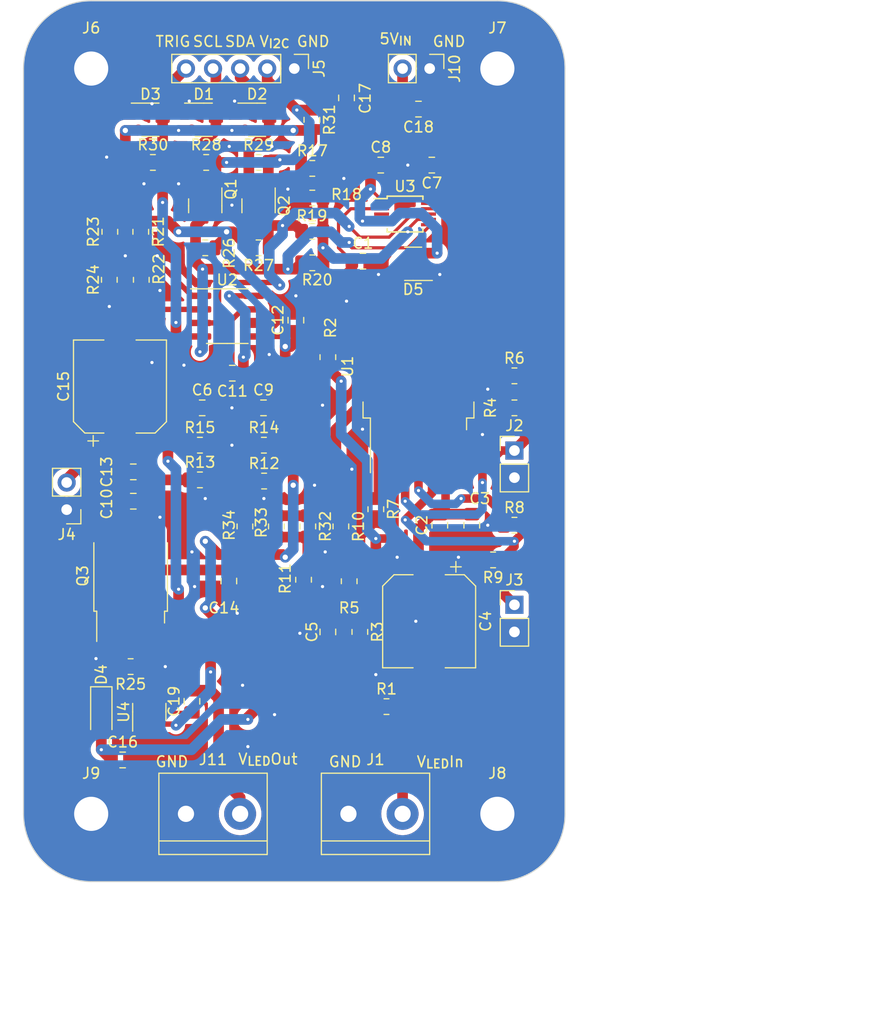
<source format=kicad_pcb>
(kicad_pcb (version 20221018) (generator pcbnew)
  (layers (0 "F.Cu" signal) (31 "B.Cu" signal) (34 "B.Paste" user) (35 "F.Paste" user) (36 "B.SilkS" user "B.Silkscreen") (37 "F.SilkS" user "F.Silkscreen") (38 "B.Mask" user) (39 "F.Mask" user) (44 "Edge.Cuts" user))
  (net 0 "")
  (net 1 "GND")
  (net 2 "Net-(U1-Set)")
  (net 3 "/DACx0501_DAC/V_{OUT}")
  (net 4 "Net-(J1-Pin_2)")
  (net 5 "Net-(U2-IN-)")
  (net 6 "Net-(J2-Pin_1)")
  (net 7 "Net-(U1-Ilim)")
  (net 8 "Net-(U3-V_{REF})")
  (net 9 "+5V")
  (net 10 "Net-(U2-IN+)")
  (net 11 "/I2CConnection/VI2C")
  (net 13 "Net-(D4-K)")
  (net 14 "Net-(J11-Pin_2)")
  (net 15 "Net-(D1-A)")
  (net 16 "Net-(D2-A)")
  (net 17 "/HighSideGateDriver/TRIG")
  (net 18 "Net-(J3-Pin_1)")
  (net 19 "/DACx0501_DAC/SCL")
  (net 20 "/DACx0501_DAC/SDA")
  (net 21 "Net-(Q3-G)")
  (net 22 "/LT3081CurrentSupply/V_{OUT}")
  (net 23 "/LT3081CurrentSupply/V_{LED}")
  (net 24 "Net-(U3-A0{slash}~{CS})")
  (net 25 "Net-(U2-A1)")
  (net 26 "Net-(U2-A0)")
  (net 27 "Net-(U4-TG)")
  (footprint "Resistor_SMD:R_0805_2012Metric_Pad1.20x1.40mm_HandSolder" (layer "F.Cu") (at 154 105)
    (fp_text reference "R6")
    (fp_text value "1kΩ")
  )
  (footprint "Connector_PinHeader_2.54mm:PinHeader_1x05_P2.54mm_Vertical" (layer "F.Cu") (at 133.35 76.2 -90)
    (fp_text reference "J5")
    (fp_text value "I2C")
  )
  (footprint "Package_TO_SOT_SMD:SOT-23-3" (layer "F.Cu") (at 129.8625 81)
    (fp_text reference "D2")
    (fp_text value "100V")
  )
  (footprint "Capacitor_SMD:C_0805_2012Metric_Pad1.18x1.45mm_HandSolder" (layer "F.Cu") (at 145 80 180)
    (fp_text reference "C18")
    (fp_text value "10uF")
  )
  (footprint "Resistor_SMD:R_0805_2012Metric_Pad1.20x1.40mm_HandSolder" (layer "F.Cu") (at 139.5 129 -90)
    (fp_text reference "R3")
    (fp_text value "1kΩ")
  )
  (footprint "Package_TO_SOT_SMD:SOT-23-3" (layer "F.Cu") (at 144.5 94.5 180)
    (fp_text reference "D5")
    (fp_text value "100V")
  )
  (footprint "Resistor_SMD:R_0805_2012Metric_Pad1.20x1.40mm_HandSolder" (layer "F.Cu") (at 116 96 -90)
    (fp_text reference "R24")
    (fp_text value "1kΩ")
  )
  (footprint "TerminalBlock:TerminalBlock_bornier-2_P5.08mm" (layer "F.Cu") (at 123.19 146.05)
    (fp_text reference "J11")
    (fp_text value "LED")
  )
  (footprint "TerminalBlock:TerminalBlock_bornier-2_P5.08mm" (layer "F.Cu") (at 138.43 146.05)
    (fp_text reference "J1")
    (fp_text value "V_{IN}")
  )
  (footprint "Capacitor_SMD:C_0805_2012Metric_Pad1.18x1.45mm_HandSolder" (layer "F.Cu") (at 130.4625 108)
    (fp_text reference "C9")
    (fp_text value "1uF")
  )
  (footprint "Resistor_SMD:R_0805_2012Metric_Pad1.20x1.40mm_HandSolder" (layer "F.Cu") (at 135.04 91.4575)
    (fp_text reference "R19")
    (fp_text value "1kΩ")
  )
  (footprint "Resistor_SMD:R_0805_2012Metric_Pad1.20x1.40mm_HandSolder" (layer "F.Cu") (at 135.04 94.4075)
    (fp_text reference "R20")
    (fp_text value "1kΩ")
  )
  (footprint "Package_TO_SOT_SMD:SOT-23-3" (layer "F.Cu") (at 124.8625 81)
    (fp_text reference "D1")
    (fp_text value "100V")
  )
  (footprint "Resistor_SMD:R_0805_2012Metric_Pad1.20x1.40mm_HandSolder" (layer "F.Cu") (at 135.04 88.3375 180)
    (fp_text reference "R18")
    (fp_text value "1kΩ")
  )
  (footprint "Package_TO_SOT_SMD:SOT-23-6" (layer "F.Cu") (at 119.75 136.5 90)
    (fp_text reference "U4")
    (fp_text value "LTC4440ES6")
  )
  (footprint "Resistor_SMD:R_0805_2012Metric" (layer "F.Cu") (at 130 93 180)
    (fp_text reference "R27")
    (fp_text value "10kΩ")
  )
  (footprint "Capacitor_SMD:C_0805_2012Metric_Pad1.18x1.45mm_HandSolder" (layer "F.Cu") (at 150 119 90)
    (fp_text reference "C3")
    (fp_text value "1uF")
  )
  (footprint "Package_SO:SOIC-8_3.9x4.9mm_P1.27mm" (layer "F.Cu") (at 127.065 99.405)
    (fp_text reference "U2")
    (fp_text value "INA219AxD")
  )
  (footprint "Resistor_SMD:R_0805_2012Metric_Pad1.20x1.40mm_HandSolder" (layer "F.Cu") (at 130.52 114.86)
    (fp_text reference "R12")
    (fp_text value "1kΩ")
  )
  (footprint "Resistor_SMD:R_0805_2012Metric_Pad1.20x1.40mm_HandSolder" (layer "F.Cu") (at 154 108)
    (fp_text reference "R4")
    (fp_text value "1kΩ")
  )
  (footprint "Capacitor_SMD:C_0805_2012Metric_Pad1.18x1.45mm_HandSolder" (layer "F.Cu") (at 118.25 114)
    (fp_text reference "C13")
    (fp_text value "1uF")
  )
  (footprint "Resistor_SMD:R_0805_2012Metric" (layer "F.Cu") (at 125 93)
    (fp_text reference "R26")
    (fp_text value "10kΩ")
  )
  (footprint "Resistor_SMD:R_0805_2012Metric_Pad1.20x1.40mm_HandSolder" (layer "F.Cu") (at 135.04 85.5575)
    (fp_text reference "R17")
    (fp_text value "1kΩ")
  )
  (footprint "Capacitor_SMD:C_0805_2012Metric_Pad1.18x1.45mm_HandSolder" (layer "F.Cu") (at 118.25 116.75)
    (fp_text reference "C10")
    (fp_text value "0.1uF")
  )
  (footprint "Resistor_SMD:R_0805_2012Metric_Pad1.20x1.40mm_HandSolder" (layer "F.Cu") (at 128.72 119.11 -90)
    (fp_text reference "R34")
    (fp_text value "10mΩ")
  )
  (footprint "Resistor_SMD:R_0805_2012Metric_Pad1.20x1.40mm_HandSolder" (layer "F.Cu") (at 134.62 119.11 -90)
    (fp_text reference "R32")
    (fp_text value "10mΩ")
  )
  (footprint "Capacitor_SMD:C_0805_2012Metric_Pad1.18x1.45mm_HandSolder" (layer "F.Cu") (at 136.5 129 -90)
    (fp_text reference "C5")
    (fp_text value "10nF")
  )
  (footprint "Resistor_SMD:R_0805_2012Metric_Pad1.20x1.40mm_HandSolder" (layer "F.Cu") (at 154 119)
    (fp_text reference "R8")
    (fp_text value "1kΩ")
  )
  (footprint "Resistor_SMD:R_0805_2012Metric_Pad1.20x1.40mm_HandSolder" (layer "F.Cu") (at 119 96 -90)
    (fp_text reference "R22")
    (fp_text value "1kΩ")
  )
  (footprint "Capacitor_SMD:C_0805_2012Metric_Pad1.18x1.45mm_HandSolder" (layer "F.Cu") (at 139.7875 94.25)
    (fp_text reference "C1")
    (fp_text value "10nF")
  )
  (footprint "Resistor_SMD:R_0805_2012Metric_Pad1.20x1.40mm_HandSolder" (layer "F.Cu") (at 130.5 111.5)
    (fp_text reference "R14")
    (fp_text value "1kΩ")
  )
  (footprint "Resistor_SMD:R_0805_2012Metric_Pad1.20x1.40mm_HandSolder" (layer "F.Cu") (at 124.5 114.75)
    (fp_text reference "R13")
    (fp_text value "1kΩ")
  )
  (footprint "Package_TO_SOT_SMD:SOT-23" (layer "F.Cu") (at 130 89.0625 -90)
    (fp_text reference "Q2")
    (fp_text value "Q_NMOS_GSD")
  )
  (footprint "MountingHole:MountingHole_3.2mm_M3_DIN965_Pad" (layer "F.Cu") (at 114.3 76.2)
    (fp_text reference "J6")
    (fp_text value "Screw_Terminal_01x01")
  )
  (footprint "Capacitor_SMD:C_0805_2012Metric_Pad1.18x1.45mm_HandSolder" (layer "F.Cu") (at 141.4625 85.25)
    (fp_text reference "C8")
    (fp_text value "1uF")
  )
  (footprint "Package_TO_SOT_SMD:TO-252-3_TabPin4" (layer "F.Cu") (at 118 123.75 90)
    (fp_text reference "Q3")
    (fp_text value "Q_NMOS_GDSD")
  )
  (footprint "Resistor_SMD:R_0805_2012Metric_Pad1.20x1.40mm_HandSolder" (layer "F.Cu") (at 124.5 111.5)
    (fp_text reference "R15")
    (fp_text value "1kΩ")
  )
  (footprint "Capacitor_SMD:C_0805_2012Metric_Pad1.18x1.45mm_HandSolder" (layer "F.Cu") (at 123.75 135.5 90)
    (fp_text reference "C19")
    (fp_text value "1uF")
  )
  (footprint "Capacitor_SMD:C_0805_2012Metric_Pad1.18x1.45mm_HandSolder" (layer "F.Cu") (at 127.21 124.23 90)
    (fp_text reference "C14")
    (fp_text value "10uF")
  )
  (footprint "Capacitor_SMD:CP_Elec_8x10.5" (layer "F.Cu") (at 146 128 -90)
    (fp_text reference "C4")
    (fp_text value "100uF")
  )
  (footprint "Capacitor_SMD:C_0805_2012Metric_Pad1.18x1.45mm_HandSolder" (layer "F.Cu") (at 124.7125 108)
    (fp_text reference "C6")
    (fp_text value "1uF")
  )
  (footprint "Resistor_SMD:R_0805_2012Metric_Pad1.20x1.40mm_HandSolder" (layer "F.Cu") (at 136.5 103.25 -90)
    (fp_text reference "R2")
    (fp_text value "1kΩ")
  )
  (footprint "Resistor_SMD:R_0805_2012Metric_Pad1.20x1.40mm_HandSolder" (layer "F.Cu") (at 138.5 124.25 90)
    (fp_text reference "R5")
    (fp_text value "4kΩ")
  )
  (footprint "Connector_PinHeader_2.54mm:PinHeader_1x02_P2.54mm_Vertical" (layer "F.Cu") (at 154 112)
    (fp_text reference "J2")
    (fp_text value "PosIMon")
  )
  (footprint "Resistor_SMD:R_0805_2012Metric_Pad1.20x1.40mm_HandSolder" (layer "F.Cu") (at 116.05 91.5 -90)
    (fp_text reference "R23")
    (fp_text value "1kΩ")
  )
  (footprint "Package_TO_SOT_SMD:SOT-23" (layer "F.Cu") (at 125 89.0625 -90)
    (fp_text reference "Q1")
    (fp_text value "Q_NMOS_GSD")
  )
  (footprint "Connector_PinHeader_2.54mm:PinHeader_1x02_P2.54mm_Vertical" (layer "F.Cu") (at 154 126.46)
    (fp_text reference "J3")
    (fp_text value "PosTempMon")
  )
  (footprint "Capacitor_SMD:C_0805_2012Metric_Pad1.18x1.45mm_HandSolder" (layer "F.Cu") (at 117.25 141)
    (fp_text reference "C16")
    (fp_text value "1uF")
  )
  (footprint "Resistor_SMD:R_0805_2012Metric_Pad1.20x1.40mm_HandSolder" (layer "F.Cu") (at 131.67 119.11 -90)
    (fp_text reference "R33")
    (fp_text value "10mΩ")
  )
  (footprint "Connector_PinHeader_2.54mm:PinHeader_1x02_P2.54mm_Vertical" (layer "F.Cu") (at 112 117.54 180)
    (fp_text reference "J4")
    (fp_text value "V_{LED}")
  )
  (footprint "Resistor_SMD:R_0805_2012Metric" (layer "F.Cu") (at 125.0875 85)
    (fp_text reference "R28")
    (fp_text value "10kΩ")
  )
  (footprint "MountingHole:MountingHole_3.2mm_M3_DIN965_Pad" (layer "F.Cu") (at 114.3 146.05)
    (fp_text reference "J9")
    (fp_text value "Screw_Terminal_01x01")
  )
  (footprint "Package_TO_SOT_SMD:SOT-23-3" (layer "F.Cu") (at 119.8625 81)
    (fp_text reference "D3")
    (fp_text value "100V")
  )
  (footprint "Connector_PinHeader_2.54mm:PinHeader_1x02_P2.54mm_Vertical" (layer "F.Cu") (at 146.05 76.2 -90)
    (fp_text reference "J10")
    (fp_text value "+5V_{IN}")
  )
  (footprint "Resistor_SMD:R_0805_2012Metric_Pad1.20x1.40mm_HandSolder" (layer "F.Cu") (at 141 117.5 -90)
    (fp_text reference "R7")
    (fp_text value "1kΩ")
  )
  (footprint "Capacitor_SMD:C_0805_2012Metric_Pad1.18x1.45mm_HandSolder" (layer "F.Cu") (at 146.25 85.25 180)
    (fp_text reference "C7")
    (fp_text value "1uF")
  )
  (footprint "Diode_SMD:D_SOD-123" (layer "F.Cu") (at 115.25 136.5 -90)
    (fp_text reference "D4")
    (fp_text value "D")
  )
  (footprint "Resistor_SMD:R_0805_2012Metric" (layer "F.Cu") (at 135 81 -90)
    (fp_text reference "R31")
    (fp_text value "NS")
  )
  (footprint "Resistor_SMD:R_0805_2012Metric" (layer "F.Cu") (at 120.0875 85)
    (fp_text reference "R30")
    (fp_text value "10kΩ")
  )
  (footprint "MountingHole:MountingHole_3.2mm_M3_DIN965_Pad" (layer "F.Cu") (at 152.4 146.05)
    (fp_text reference "J8")
    (fp_text value "Screw_Terminal_01x01")
  )
  (footprint "Capacitor_SMD:CP_Elec_8x10.5" (layer "F.Cu") (at 117 106 90)
    (fp_text reference "C15")
    (fp_text value "100uF")
  )
  (footprint "Package_TO_SOT_SMD:TO-263-7_TabPin8" (layer "F.Cu") (at 145 104.125 90)
    (fp_text reference "U1")
    (fp_text value "LT3081-DPAK-7")
  )
  (footprint "Resistor_SMD:R_0805_2012Metric_Pad1.20x1.40mm_HandSolder" (layer "F.Cu") (at 118 132.25 180)
    (fp_text reference "R25")
    (fp_text value "10Ω")
  )
  (footprint "Resistor_SMD:R_0805_2012Metric_Pad1.20x1.40mm_HandSolder" (layer "F.Cu") (at 142 136)
    (fp_text reference "R1")
    (fp_text value "NSΩ")
  )
  (footprint "Package_SO:MSOP-10_3x3mm_P0.5mm" (layer "F.Cu") (at 143.74 89.8375)
    (fp_text reference "U3")
    (fp_text value "DACx0501")
  )
  (footprint "Resistor_SMD:R_0805_2012Metric_Pad1.20x1.40mm_HandSolder" (layer "F.Cu") (at 118.95 91.5 -90)
    (fp_text reference "R21")
    (fp_text value "1kΩ")
  )
  (footprint "Capacitor_SMD:C_0805_2012Metric" (layer "F.Cu") (at 138.25 78.95 90)
    (fp_text reference "C17")
    (fp_text value "1uF")
  )
  (footprint "Capacitor_SMD:C_0805_2012Metric_Pad1.18x1.45mm_HandSolder" (layer "F.Cu") (at 127.5375 104.75 180)
    (fp_text reference "C11")
    (fp_text value "1uF")
  )
  (footprint "MountingHole:MountingHole_3.2mm_M3_DIN965_Pad" (layer "F.Cu") (at 152.4 76.2)
    (fp_text reference "J7")
    (fp_text value "Screw_Terminal_01x01")
  )
  (footprint "Resistor_SMD:R_0805_2012Metric_Pad1.20x1.40mm_HandSolder" (layer "F.Cu") (at 137.72 119.11 -90)
    (fp_text reference "R10")
    (fp_text value "10mΩ")
  )
  (footprint "Resistor_SMD:R_0805_2012Metric" (layer "F.Cu") (at 130 85)
    (fp_text reference "R29")
    (fp_text value "10kΩ")
  )
  (footprint "Resistor_SMD:R_0805_2012Metric_Pad1.20x1.40mm_HandSolder" (layer "F.Cu") (at 134.22 124.11 -90)
    (fp_text reference "R11")
    (fp_text value "1kΩ")
  )
  (footprint "Capacitor_SMD:C_0805_2012Metric_Pad1.18x1.45mm_HandSolder" (layer "F.Cu") (at 147 119 90)
    (fp_text reference "C2")
    (fp_text value "10uF")
  )
  (footprint "Resistor_SMD:R_0805_2012Metric_Pad1.20x1.40mm_HandSolder" (layer "F.Cu") (at 152 122.25 180)
    (fp_text reference "R9")
    (fp_text value "1kΩ")
  )
  (footprint "Capacitor_SMD:C_0805_2012Metric_Pad1.18x1.45mm_HandSolder" (layer "F.Cu") (at 133.5 99.7875 90)
    (fp_text reference "C12")
    (fp_text value "1uF")
  )
  (gr_line (start 107.95 146.05) (end 107.95 76.2) (stroke (width 0.1)) (layer "Edge.Cuts"))
  (gr_line (start 152.4 152.4) (end 114.3 152.4) (stroke (width 0.1)) (layer "Edge.Cuts"))
  (gr_arc (start 152.4 69.85) (mid 156.890128 71.709872) (end 158.75 76.2) (stroke (width 0.1)) (layer "Edge.Cuts"))
  (gr_arc (start 158.75 146.05) (mid 156.890128 150.540128) (end 152.4 152.4) (stroke (width 0.1)) (layer "Edge.Cuts"))
  (gr_arc (start 107.95 76.2) (mid 109.809872 71.709872) (end 114.3 69.85) (stroke (width 0.1)) (layer "Edge.Cuts"))
  (gr_arc (start 114.3 152.4) (mid 109.809872 150.540128) (end 107.95 146.05) (stroke (width 0.1)) (layer "Edge.Cuts"))
  (gr_line (start 114.3 69.85) (end 152.4 69.85) (stroke (width 0.1)) (layer "Edge.Cuts"))
  (gr_line (start 158.75 76.2) (end 158.75 146.05) (stroke (width 0.1)) (layer "Edge.Cuts"))
  (gr_text "5V_{IN}" (at 141.25 74) (layer "F.SilkS") (effects (font (size 1 1)) (justify left bottom)))
  (gr_text "SCL" (at 123.75 74.25) (layer "F.SilkS") (effects (font (size 1 1)) (justify left bottom)))
  (gr_text "TRIG" (at 120.25 74.25) (layer "F.SilkS") (effects (font (size 1 1)) (justify left bottom)))
  (gr_text "SDA" (at 126.75 74.25) (layer "F.SilkS") (effects (font (size 1 1)) (justify left bottom)))
  (gr_text "V_{I2C}" (at 130 74.25) (layer "F.SilkS") (effects (font (size 1 1)) (justify left bottom)))
  (gr_text "GND" (at 146.25 74.25) (layer "F.SilkS") (effects (font (size 1 1)) (justify left bottom)))
  (gr_text "GND" (at 133.5 74.25) (layer "F.SilkS") (effects (font (size 1 1)) (justify left bottom)))
  (gr_text "GND" (at 136.5 141.75) (layer "F.SilkS") (effects (font (size 1 1)) (justify left bottom)))
  (gr_text "V_{LED}In" (at 144.75 141.75) (layer "F.SilkS") (effects (font (size 1 1)) (justify left bottom)))
  (gr_text "GND" (at 120.25 141.75) (layer "F.SilkS") (effects (font (size 1 1)) (justify left bottom)))
  (gr_text "V_{LED}Out" (at 128 141.5) (layer "F.SilkS") (effects (font (size 1 1)) (justify left bottom)))
  (segment (start 119.75 139.5375) (end 118.2875 141) (width 0.5) (layer "F.Cu") (net 1))
  (segment (start 144 85.25) (end 142.5 85.25) (width 1) (layer "F.Cu") (net 1))
  (segment (start 112.21 117.75) (end 112 117.54) (width 1) (layer "F.Cu") (net 1))
  (segment (start 139.5 121.75) (end 139.5 120) (width 1) (layer "F.Cu") (net 1))
  (segment (start 156.5 105.5) (end 156 105) (width 1) (layer "F.Cu") (net 1))
  (segment (start 156.25 95.5) (end 156.5 95.25) (width 1) (layer "F.Cu") (net 1))
  (segment (start 132.58 126.75) (end 134.22 125.11) (width 1) (layer "F.Cu") (net 1))
  (segment (start 146 131.7) (end 151.3 131.7) (width 1) (layer "F.Cu") (net 1))
  (segment (start 145.2125 83.5375) (end 145.2125 85.25) (width 1) (layer "F.Cu") (net 1))
  (segment (start 115.75 84.5) (end 115.75 77.65) (width 1) (layer "F.Cu") (net 1))
  (segment (start 109.75 104.75) (end 116 98.5) (width 1) (layer "F.Cu") (net 1))
  (segment (start 134.7875 130.0375) (end 132.58 127.83) (width 1) (layer "F.Cu") (net 1))
  (segment (start 157 106) (end 156.5 105.5) (width 1) (layer "F.Cu") (net 1))
  (segment (start 134.73 149.75) (end 138.43 146.05) (width 1) (layer "F.Cu") (net 1))
  (segment (start 111 142.75) (end 111 140) (width 1) (layer "F.Cu") (net 1))
  (segment (start 118.725 80.05) (end 119.45 80.05) (width 1) (layer "F.Cu") (net 1))
  (segment (start 117.75 72.75) (end 134.5 72.75) (width 1) (layer "F.Cu") (net 1))
  (segment (start 133 140.62) (end 138.43 146.05) (width 1) (layer "F.Cu") (net 1))
  (segment (start 143.5 89.71375) (end 143.5 86.25) (width 0.3) (layer "F.Cu") (net 1))
  (segment (start 109.75 117.25) (end 109.75 104.75) (width 1) (layer "F.Cu") (net 1))
  (segment (start 119.175 86.925) (end 119.25 87) (width 1) (layer "F.Cu") (net 1))
  (segment (start 129.425 108) (end 129.425 111.425) (width 1) (layer "F.Cu") (net 1))
  (segment (start 139.5 130) (end 136.5375 130) (width 1) (layer "F.Cu") (net 1))
  (segment (start 141.5 149.5) (end 148.95 149.5) (width 1) (layer "F.Cu") (net 1))
  (segment (start 119.75 137.6375) (end 119.75 139.5375) (width 0.5) (layer "F.Cu") (net 1))
  (segment (start 155 129) (end 157 127) (width 1) (layer "F.Cu") (net 1))
  (segment (start 129.425 111.425) (end 129.5 111.5) (width 1) (layer "F.Cu") (net 1))
  (segment (start 152.4 76.2) (end 146.05 76.2) (width 1) (layer "F.Cu") (net 1))
  (segment (start 129.54 100.04) (end 131.21 100.04) (width 0.5) (layer "F.Cu") (net 1))
  (segment (start 152.797919 129) (end 154 129) (width 1) (layer "F.Cu") (net 1))
  (segment (start 114.3 76.2) (end 117.75 72.75) (width 1) (layer "F.Cu") (net 1))
  (segment (start 131.5 136.75) (end 133 138.25) (width 1) (layer "F.Cu") (net 1))
  (segment (start 123.19 146.05) (end 123.19 146.69) (width 1) (layer "F.Cu") (net 1))
  (segment (start 135.15 78) (end 133.35 76.2) (width 1) (layer "F.Cu") (net 1))
  (segment (start 138.25 78) (end 135.15 78) (width 1) (layer "F.Cu") (net 1))
  (segment (start 112 117.54) (end 110.04 117.54) (width 1) (layer "F.Cu") (net 1))
  (segment (start 139.5 120) (end 141 118.5) (width 1) (layer "F.Cu") (net 1))
  (segment (start 116 101.3) (end 117 102.3) (width 1) (layer "F.Cu") (net 1))
  (segment (start 140.825 95.075) (end 141.25 95.5) (width 1) (layer "F.Cu") (net 1))
  (segment (start 154 114.54) (end 154.71 114.54) (width 1) (layer "F.Cu") (net 1))
  (segment (start 136 124.75) (end 134.58 124.75) (width 1) (layer "F.Cu") (net 1))
  (segment (start 127.21 125.2675) (end 128.5 126.5575) (width 1) (layer "F.Cu") (net 1))
  (segment (start 120 103.75) (end 118.45 103.75) (width 1) (layer "F.Cu") (net 1))
  (segment (start 156 105) (end 155 105) (width 1) (layer "F.Cu") (net 1))
  (segment (start 156.5 95.25) (end 156.5 105.5) (width 1) (layer "F.Cu") (net 1))
  (segment (start 138.43 146.05) (end 138.43 146.43) (width 1) (layer "F.Cu") (net 1))
  (segment (start 147 120.0375) (end 150 120.0375) (width 1) (layer "F.Cu") (net 1))
  (segment (start 111 140) (end 112 139) (width 1) (layer "F.Cu") (net 1))
  (segment (start 123.19 146.05) (end 114.3 146.05) (width 1) (layer "F.Cu") (net 1))
  (segment (start 133.5875 88.3375) (end 132.75 87.5) (width 1) (layer "F.Cu") (net 1))
  (segment (start 126.25 149.75) (end 134.73 149.75) (width 1) (layer "F.Cu") (net 1))
  (segment (start 133.5 97.5) (end 133.5 98.75) (width 1) (layer "F.Cu") (net 1))
  (segment (start 140.825 94.25) (end 140.825 95.075) (width 1) (layer "F.Cu") (net 1))
  (segment (start 127.21 125.2675) (end 128.6925 126.75) (width 1) (layer "F.Cu") (net 1))
  (segment (start 110.04 117.54) (end 109.75 117.25) (width 1) (layer "F.Cu") (net 1))
  (segment (start 131.21 100.04) (end 132.5 98.75) (width 0.5) (layer "F.Cu") (net 1))
  (segment (start 154 129) (end 155 129) (width 1) (layer "F.Cu") (net 1))
  (segment (start 134.58 124.75) (end 134.22 125.11) (width 1) (layer "F.Cu") (net 1))
  (segment (start 128.6925 126.75) (end 132.58 126.75) (width 1) (layer "F.Cu") (net 1))
  (segment (start 134.5 72.75) (end 134.75 73) (width 1) (layer "F.Cu") (net 1))
  (segment (start 157 112.25) (end 157 106) (width 1) (layer "F.Cu") (net 1))
  (segment (start 143.5 86.25) (end 142.5 85.25) (width 0.3) (layer "F.Cu") (net 1))
  (segment (start 123.19 146.69) (end 126.25 149.75) (width 1) (layer "F.Cu") (net 1))
  (segment (start 147 95.5) (end 156.25 95.5) (width 1) (layer "F.Cu") (net 1))
  (segment (start 136.5 121.75) (end 139.5 121.75) (width 1) (layer "F.Cu") (net 1))
  (segment (start 116.2125 117.75) (end 112.21 117.75) (width 1) (layer "F.Cu") (net 1))
  (segment (start 111.5 103) (end 111.500001 78.999999) (width 1) (layer "F.Cu") (net 1))
  (segment (start 114.3 146.05) (end 111 142.75) (width 1) (layer "F.Cu") (net 1))
  (segment (start 112 139) (end 112 117.54) (width 1) (layer "F.Cu") (net 1))
  (segment (start 151 122.25) (end 151 127.202081) (width 1) (layer "F.Cu") (net 1))
  (segment (start 133 138.25) (end 133 140.62) (width 1) (layer "F.Cu") (net 1))
  (segment (start 119.45 80.05) (end 120 79.5) (width 1) (layer "F.Cu") (net 1))
  (segment (start 145.2125 85.25) (end 144 85.25) (width 1) (layer "F.Cu") (net 1))
  (segment (start 134.75 73) (end 133.35 74.4) (width 1) (layer "F.Cu") (net 1))
  (segment (start 148.95 149.5) (end 152.4 146.05) (width 1) (layer "F.Cu") (net 1))
  (segment (start 119.175 85) (end 119.175 86.925) (width 1) (layer "F.Cu") (net 1))
  (segment (start 115.75 77.65) (end 114.3 76.2) (width 1) (layer "F.Cu") (net 1))
  (segment (start 152.4 76.2) (end 156.5 80.3) (width 1) (layer "F.Cu") (net 1))
  (segment (start 150 120.0375) (end 150 121.25) (width 1) (layer "F.Cu") (net 1))
  (segment (start 118.15 80.05) (end 114.3 76.2) (width 1) (layer "F.Cu") (net 1))
  (segment (start 123.5 79.825) (end 123.725 80.05) (width 1) (layer "F.Cu") (net 1))
  (segment (start 109.75 104.75) (end 111.5 103) (width 1) (layer "F.Cu") (net 1))
  (segment (start 136.5 130.0375) (end 134.7875 130.0375) (width 1) (layer "F.Cu") (net 1))
  (segment (start 133.35 74.4) (end 133.35 76.2) (width 1) (layer "F.Cu") (net 1))
  (segment (start 141.54 90.3375) (end 142.87625 90.3375) (width 0.3) (layer "F.Cu") (net 1))
  (segment (start 146.05 73.8) (end 145.25 73) (width 1) (layer "F.Cu") (net 1))
  (segment (start 136.25 121.5) (end 136.5 121.75) (width 1) (layer "F.Cu") (net 1))
  (segment (start 116 98.5) (end 116 97) (width 1) (layer "F.Cu") (net 1))
  (segment (start 132.58 127.83) (end 132.58 126.75) (width 1) (layer "F.Cu") (net 1))
  (segment (start 151.3 131.7) (end 154 129) (width 1) (layer "F.Cu") (net 1))
  (segment (start 146.05 76.2) (end 146.05 79.9875) (width 1) (layer "F.Cu") (net 1))
  (segment (start 142.87625 90.3375) (end 143.5 89.71375) (width 0.3) (layer "F.Cu") (net 1))
  (segment (start 151 127.202081) (end 152.797919 129) (width 1) (layer "F.Cu") (net 1))
  (segment (start 125.75 108) (end 129.425 108) (width 1) (layer "F.Cu") (net 1))
  (segment (start 146.0375 80) (end 146.0375 82.7125) (width 1) (layer "F.Cu") (net 1))
  (segment (start 116 98.5) (end 116 101.3) (width 1) (layer "F.Cu") (net 1))
  (segment (start 132.5 98.75) (end 133.5 98.75) (width 0.5) (layer "F.Cu") (net 1))
  (segment (start 123.5 79.25) (end 123.5 79.825) (width 1) (layer "F.Cu") (net 1))
  (segment (start 119 97) (end 120.75 97) (width 1) (layer "F.Cu") (net 1))
  (segment (start 117.2125 116.75) (end 117.2125 114) (width 1) (layer "F.Cu") (net 1))
  (segment (start 146.05 79.9875) (end 146.0375 80) (width 1) (layer "F.Cu") (net 1))
  (segment (start 156.5 80.3) (end 156.5 95.25) (width 1) (layer "F.Cu") (net 1))
  (segment (start 146.0375 82.7125) (end 145.2125 83.5375) (width 1) (layer "F.Cu") (net 1))
  (segment (start 154 129) (end 154 144.45) (width 1) (layer "F.Cu") (net 1))
  (segment (start 154 144.45) (end 152.4 146.05) (width 1) (layer "F.Cu") (net 1))
  (segment (start 146.05 76.2) (end 146.05 73.8) (width 1) (layer "F.Cu") (net 1))
  (segment (start 118.45 103.75) (end 117 102.3) (width 1) (layer "F.Cu") (net 1))
  (segment (start 145.6875 95.5) (end 145.6375 95.45) (width 1) (layer "F.Cu") (net 1))
  (segment (start 127.925 79.25) (end 128.725 80.05) (width 1) (layer "F.Cu") (net 1))
  (segment (start 111.500001 78.999999) (end 114.3 76.2) (width 1) (layer "F.Cu") (net 1))
  (segment (start 136.5375 130) (end 136.5 130.0375) (width 1) (layer "F.Cu") (net 1))
  (segment (start 154.71 114.54) (end 157 112.25) (width 1) (layer "F.Cu") (net 1))
  (segment (start 134.04 88.3375) (end 133.5875 88.3375) (width 1) (layer "F.Cu") (net 1))
  (segment (start 127.5 111.5) (end 129.5 111.5) (width 1) (layer "F.Cu") (net 1))
  (segment (start 125.5 111.5) (end 127.5 111.5) (width 1) (layer "F.Cu") (net 1))
  (segment (start 138.43 146.43) (end 141.5 149.5) (width 1) (layer "F.Cu") (net 1))
  (segment (start 157 116) (end 155.54 114.54) (width 1) (layer "F.Cu") (net 1))
  (segment (start 150 121.25) (end 151 122.25) (width 1) (layer "F.Cu") (net 1))
  (segment (start 127.75 79.25) (end 127.925 79.25) (width 1) (layer "F.Cu") (net 1))
  (segment (start 155.54 114.54) (end 154 114.54) (width 1) (layer "F.Cu") (net 1))
  (segment (start 117.2125 116.75) (end 116.2125 117.75) (width 1) (layer "F.Cu") (net 1))
  (segment (start 147 95.5) (end 145.6875 95.5) (width 1) (layer "F.Cu") (net 1))
  (segment (start 157 127) (end 157 116) (width 1) (layer "F.Cu") (net 1))
  (segment (start 118.725 80.05) (end 118.15 80.05) (width 1) (layer "F.Cu") (net 1))
  (segment (start 145.25 73) (end 134.75 73) (width 1) (layer "F.Cu") (net 1))
  (via (at 127.5 89) (size 0.7) (drill 0.3) (layers "F.Cu" "B.Cu") (net 1))
  (via (at 130.5 116.5) (size 0.7) (drill 0.3) (layers "F.Cu" "B.Cu") (net 1))
  (via (at 136 107.75) (size 0.7) (drill 0.3) (layers "F.Cu" "B.Cu") (net 1))
  (via (at 128 127.25) (size 0.7) (drill 0.3) (layers "F.Cu" "B.Cu") (net 1))
  (via (at 128.5 134) (size 0.7) (drill 0.3) (layers "F.Cu" "B.Cu") (net 1))
  (via (at 148.75 122) (size 0.7) (drill 0.3) (layers "F.Cu" "B.Cu") (net 1))
  (via (at 123.5 79.25) (size 0.7) (drill 0.3) (layers "F.Cu" "B.Cu") (net 1))
  (via (at 120 79.5) (size 0.7) (drill 0.3) (layers "F.Cu" "B.Cu") (net 1))
  (via (at 123 104) (size 0.7) (drill 0.3) (layers "F.Cu" "B.Cu") (net 1))
  (via (at 141 133) (size 0.7) (drill 0.3) (layers "F.Cu" "B.Cu") (net 1))
  (via (at 138.25 98) (size 0.7) (drill 0.3) (layers "F.Cu" "B.Cu") (net 1))
  (via (at 138.75 113.75) (size 0.7) (drill 0.3) (layers "F.Cu" "B.Cu") (net 1))
  (via (at 138 86.5) (size 0.7) (drill 0.3) (layers "F.Cu" "B.Cu") (net 1))
  (via (at 151 110.5) (size 0.7) (drill 0.3) (layers "F.Cu" "B.Cu") (net 1))
  (via (at 133.5 97.5) (size 0.7) (drill 0.3) (layers "F.Cu" "B.Cu") (net 1))
  (via (at 120.75 97) (size 0.7) (drill 0.3) (layers "F.Cu" "B.Cu") (net 1))
  (via (at 144 85.25) (size 0.7) (drill 0.3) (layers "F.Cu" "B.Cu") (net 1))
  (via (at 125 116.5) (size 0.7) (drill 0.3) (layers "F.Cu" "B.Cu") (net 1))
  (via (at 124 124.75) (size 0.7) (drill 0.3) (layers "F.Cu" "B.Cu") (net 1))
  (via (at 129 139.75) (size 0.7) (drill 0.3) (layers "F.Cu" "B.Cu") (net 1))
  (via (at 147 95.5) (size 0.7) (drill 0.3) (layers "F.Cu" "B.Cu") (net 1))
  (via (at 119.25 87) (size 0.7) (drill 0.3) (layers "F.Cu" "B.Cu") (net 1))
  (via (at 131.25 83.5) (size 0.7) (drill 0.3) (layers "F.Cu" "B.Cu") (net 1))
  (via (at 116 98.5) (size 0.7) (drill 0.3) (layers "F.Cu" "B.Cu") (net 1))
  (via (at 131.5 136.75) (size 0.7) (drill 0.3) (layers "F.Cu" "B.Cu") (net 1))
  (via (at 141.25 95.5) (size 0.7) (drill 0.3) (layers "F.Cu" "B.Cu") (net 1))
  (via (at 127.5 111.5) (size 0.7) (drill 0.3) (layers "F.Cu" "B.Cu") (net 1))
  (via (at 120 103.75) (size 0.7) (drill 0.3) (layers "F.Cu" "B.Cu") (net 1))
  (via (at 135.25 115.25) (size 0.7) (drill 0.3) (layers "F.Cu" "B.Cu") (net 1))
  (via (at 114.75 131.5) (size 0.7) (drill 0.3) (layers "F.Cu" "B.Cu") (net 1))
  (via (at 123.75 121.5) (size 0.7) (drill 0.3) (layers "F.Cu" "B.Cu") (net 1))
  (via (at 121.25 132.25) (size 0.7) (drill 0.3) (layers "F.Cu" "B.Cu") (net 1))
  (via (at 133.875 129.125) (size 0.7) (drill 0.3) (layers "F.Cu" "B.Cu") (net 1))
  (via (at 131 103) (size 0.7) (drill 0.3) (layers "F.Cu" "B.Cu") (net 1))
  (via (at 136.25 121.5) (size 0.7) (drill 0.3) (layers "F.Cu" "B.Cu") (net 1))
  (via (at 122.5 87) (size 0.7) (drill 0.3) (layers "F.Cu" "B.Cu") (net 1))
  (via (at 127.5 108) (size 0.7) (drill 0.3) (layers "F.Cu" "B.Cu") (net 1))
  (via (at 132.75 87.5) (size 0.7) (drill 0.3) (layers "F.Cu" "B.Cu") (net 1))
  (via (at 127.25 83.5) (size 0.7) (drill 0.3) (layers "F.Cu" "B.Cu") (net 1))
  (via (at 136 124.75) (size 0.7) (drill 0.3) (layers "F.Cu" "B.Cu") (net 1))
  (via (at 117.5 93.75) (size 0.7) (drill 0.3) (layers "F.Cu" "B.Cu") (net 1))
  (via (at 151.5 106.25) (size 0.7) (drill 0.3) (layers "F.Cu" "B.Cu") (net 1))
  (via (at 143 122) (size 0.7) (drill 0.3) (layers "F.Cu" "B.Cu") (net 1))
  (via (at 115.75 84.5) (size 0.7) (drill 0.3) (layers "F.Cu" "B.Cu") (net 1))
  (via (at 151.5 119) (size 0.7) (drill 0.3) (layers "F.Cu" "B.Cu") (net 1))
  (via (at 120.75 118.25) (size 0.7) (drill 0.3) (layers "F.Cu" "B.Cu") (net 1))
  (via (at 127.75 79.25) (size 0.7) (drill 0.3) (layers "F.Cu" "B.Cu") (net 1))
  (via (at 144.75 128) (size 0.7) (drill 0.3) (layers "F.Cu" "B.Cu") (net 1))
  (via (at 120.5 93.75) (size 0.7) (drill 0.3) (layers "F.Cu" "B.Cu") (net 1))
  (via (at 139.75 110) (size 0.7) (drill 0.3) (layers "F.Cu" "B.Cu") (net 1))
  (segment (start 138 86.5) (end 136.25 86.5) (width 1) (layer "B.Cu") (net 1))
  (segment (start 118.25 87) (end 115.75 84.5) (width 1) (layer "B.Cu") (net 1))
  (segment (start 132.25 79) (end 133.35 77.9) (width 1) (layer "B.Cu") (net 1))
  (segment (start 120.75 97) (end 117.5 97) (width 1) (layer "B.Cu") (net 1))
  (segment (start 128.75 134) (end 131.5 136.75) (width 1) (layer "B.Cu") (net 1))
  (segment (start 120 79.5) (end 123.25 79.5) (width 1) (layer "B.Cu") (net 1))
  (segment (start 132.5 130.5) (end 133.875 129.125) (width 1) (layer "B.Cu") (net 1))
  (segment (start 136.25 124.5) (end 136 124.75) (width 1) (layer "B.Cu") (net 1))
  (segment (start 124.25 108) (end 120 103.75) (width 1) (layer "B.Cu") (net 1))
  (segment (start 128.5 134) (end 128.75 134) (width 1) (layer "B.Cu") (net 1))
  (segment (start 135.5 95.5) (end 133.5 97.5) (width 1) (layer "B.Cu") (net 1))
  (segment (start 138 86.5) (end 139.25 85.25) (width 1) (layer "B.Cu") (net 1))
  (segment (start 132.75 87.5) (end 129 87.5) (width 1) (layer "B.Cu") (net 1))
  (segment (start 119.25 87) (end 118.25 87) (width 1) (layer "B.Cu") (net 1))
  (segment (start 135.25 87.5) (end 132.75 87.5) (width 1) (layer "B.Cu") (net 1))
  (segment (start 127.75 79.25) (end 128 79) (width 1) (layer "B.Cu") (net 1))
  (segment (start 129 87.5) (end 127.5 89) (width 1) (layer "B.Cu") (net 1))
  (segment (start 117.5 97) (end 116 98.5) (width 1) (layer "B.Cu") (net 1))
  (segment (start 128 79) (end 132.25 79) (width 1) (layer "B.Cu") (net 1))
  (segment (start 123.25 79.5) (end 123.5 79.25) (width 1) (layer "B.Cu") (net 1))
  (segment (start 136.25 86.5) (end 135.25 87.5) (width 1) (layer "B.Cu") (net 1))
  (segment (start 136.25 121.5) (end 136.25 124.5) (width 1) (layer "B.Cu") (net 1))
  (segment (start 127.75 79.25) (end 123.5 79.25) (width 1) (layer "B.Cu") (net 1))
  (segment (start 124.5 89) (end 122.5 87) (width 1) (layer "B.Cu") (net 1))
  (segment (start 141.25 95.5) (end 147 95.5) (width 1) (layer "B.Cu") (net 1))
  (segment (start 128.5 134) (end 132 130.5) (width 1) (layer "B.Cu") (net 1))
  (segment (start 127.5 89) (end 124.5 89) (width 1) (layer "B.Cu") (net 1))
  (segment (start 127.5 108) (end 124.25 108) (width 1) (layer "B.Cu") (net 1))
  (segment (start 133.35 77.9) (end 133.35 76.2) (width 1) (layer "B.Cu") (net 1))
  (segment (start 122.5 87) (end 119.25 87) (width 1) (layer "B.Cu") (net 1))
  (segment (start 141.25 95.5) (end 135.5 95.5) (width 1) (layer "B.Cu") (net 1))
  (segment (start 132 130.5) (end 132.5 130.5) (width 1) (layer "B.Cu") (net 1))
  (segment (start 139.25 85.25) (end 144 85.25) (width 1) (layer "B.Cu") (net 1))
  (segment (start 138.5 127) (end 139.5 128) (width 1) (layer "F.Cu") (net 2))
  (segment (start 142.75 120) (end 142.75 115.25) (width 0.8) (layer "F.Cu") (net 2))
  (segment (start 139.75 125.25) (end 138.5 125.25) (width 1) (layer "F.Cu") (net 2))
  (segment (start 138.5 125.25) (end 138.5 127) (width 1) (layer "F.Cu") (net 2))
  (segment (start 136.5 104.25) (end 137.75 105.5) (width 1) (layer "F.Cu") (net 2))
  (segment (start 141 120.25) (end 142.5 120.25) (width 0.8) (layer "F.Cu") (net 2))
  (segment (start 142.5 120.25) (end 142.75 120) (width 0.8) (layer "F.Cu") (net 2))
  (segment (start 138.5 125.9625) (end 136.5 127.9625) (width 1) (layer "F.Cu") (net 2))
  (segment (start 138.5 125.25) (end 138.5 125.9625) (width 1) (layer "F.Cu") (net 2))
  (segment (start 142.46 114.96) (end 142.46 111.775) (width 0.8) (layer "F.Cu") (net 2))
  (segment (start 141 124) (end 139.75 125.25) (width 1) (layer "F.Cu") (net 2))
  (segment (start 142.75 115.25) (end 142.46 114.96) (width 0.8) (layer "F.Cu") (net 2))
  (segment (start 141 120.25) (end 141 124) (width 1) (layer "F.Cu") (net 2))
  (via (at 141 120.25) (size 0.7) (drill 0.3) (layers "F.Cu" "B.Cu") (net 2))
  (via (at 137.75 105.5) (size 0.7) (drill 0.3) (layers "F.Cu" "B.Cu") (net 2))
  (segment (start 137.75 110.5) (end 137.75 105.5) (width 1) (layer "B.Cu") (net 2))
  (segment (start 140.2 112.95) (end 137.75 110.5) (width 1) (layer "B.Cu") (net 2))
  (segment (start 141 120.25) (end 140.2 119.45) (width 1) (layer "B.Cu") (net 2))
  (segment (start 140.2 119.45) (end 140.2 112.95) (width 1) (layer "B.Cu") (net 2))
  (segment (start 137.5 90.5) (end 137.5 93) (width 0.3) (layer "F.Cu") (net 3))
  (segment (start 143.3625 95.8875) (end 142.25 97) (width 1) (layer "F.Cu") (net 3))
  (segment (start 138.6625 89.3375) (end 137.5 90.5) (width 0.3) (layer "F.Cu") (net 3))
  (segment (start 137.5 93) (end 138.75 94.25) (width 0.3) (layer "F.Cu") (net 3))
  (segment (start 142.25 97) (end 140.5 97) (width 1) (layer "F.Cu") (net 3))
  (segment (start 138.75 95) (end 136.5 97.25) (width 1) (layer "F.Cu") (net 3))
  (segment (start 138.75 95.25) (end 138.75 95) (width 1) (layer "F.Cu") (net 3))
  (segment (start 136.5 97.25) (end 136.5 102.25) (width 1) (layer "F.Cu") (net 3))
  (segment (start 140.5 97) (end 138.75 95.25) (width 1) (layer "F.Cu") (net 3))
  (segment (start 141.54 89.3375) (end 138.6625 89.3375) (width 0.3) (layer "F.Cu") (net 3))
  (segment (start 143.3625 94.5) (end 143.3625 95.8875) (width 1) (layer "F.Cu") (net 3))
  (segment (start 138.75 94.25) (end 138.75 95) (width 1) (layer "F.Cu") (net 3))
  (segment (start 146 124.3) (end 146 123) (width 1) (layer "F.Cu") (net 4))
  (segment (start 143 136) (end 143 127.3) (width 1) (layer "F.Cu") (net 4))
  (segment (start 145 119.25) (end 146.2875 117.9625) (width 1) (layer "F.Cu") (net 4))
  (segment (start 147.54 111.775) (end 147.54 117.4225) (width 0.8) (layer "F.Cu") (net 4))
  (segment (start 150 117.9625) (end 147 117.9625) (width 1) (layer "F.Cu") (net 4))
  (segment (start 146.2875 117.9625) (end 147 117.9625) (width 1) (layer "F.Cu") (net 4))
  (segment (start 145 122) (end 145 119.25) (width 1) (layer "F.Cu") (net 4))
  (segment (start 143 127.3) (end 146 124.3) (width 1) (layer "F.Cu") (net 4))
  (segment (start 143.51 146.05) (end 143.51 136.51) (width 1) (layer "F.Cu") (net 4))
  (segment (start 143.51 136.51) (end 143 136) (width 1) (layer "F.Cu") (net 4))
  (segment (start 147.54 117.4225) (end 147 117.9625) (width 0.8) (layer "F.Cu") (net 4))
  (segment (start 146 123) (end 145 122) (width 1) (layer "F.Cu") (net 4))
  (segment (start 127.5 99.75) (end 127.5 103.75) (width 0.5) (layer "F.Cu") (net 5))
  (segment (start 125.75 104.75) (end 126.5 104.75) (width 1) (layer "F.Cu") (net 5))
  (segment (start 128.48 98.77) (end 127.5 99.75) (width 0.5) (layer "F.Cu") (net 5))
  (segment (start 123.5 112.25) (end 123.5 111.5) (width 1) (layer "F.Cu") (net 5))
  (segment (start 123.5 108.175) (end 123.675 108) (width 1) (layer "F.Cu") (net 5))
  (segment (start 125.5 114.75) (end 125.5 114.25) (width 1) (layer "F.Cu") (net 5))
  (segment (start 127.5 103.75) (end 126.5 104.75) (width 0.5) (layer "F.Cu") (net 5))
  (segment (start 125.5 114.25) (end 123.5 112.25) (width 1) (layer "F.Cu") (net 5))
  (segment (start 123.5 111.5) (end 123.5 108.175) (width 1) (layer "F.Cu") (net 5))
  (segment (start 123.675 106.825) (end 125.75 104.75) (width 1) (layer "F.Cu") (net 5))
  (segment (start 123.675 108) (end 123.675 106.825) (width 1) (layer "F.Cu") (net 5))
  (segment (start 129.54 98.77) (end 128.48 98.77) (width 0.5) (layer "F.Cu") (net 5))
  (segment (start 143.75 114.5) (end 143.73 114.48) (width 0.8) (layer "F.Cu") (net 6))
  (segment (start 152.75 112) (end 154 112) (width 0.8) (layer "F.Cu") (net 6))
  (segment (start 155 107.5) (end 155 108) (width 1) (layer "F.Cu") (net 6))
  (segment (start 143.75 116.75) (end 143.75 114.5) (width 0.8) (layer "F.Cu") (net 6))
  (segment (start 151 115) (end 151 113.75) (width 0.8) (layer "F.Cu") (net 6))
  (segment (start 155 108) (end 155 111) (width 1) (layer "F.Cu") (net 6))
  (segment (start 153 105.5) (end 155 107.5) (width 1) (layer "F.Cu") (net 6))
  (segment (start 153 105) (end 153 105.5) (width 1) (layer "F.Cu") (net 6))
  (segment (start 151 113.75) (end 152.75 112) (width 0.8) (layer "F.Cu") (net 6))
  (segment (start 143.73 114.48) (end 143.73 111.775) (width 0.8) (layer "F.Cu") (net 6))
  (segment (start 155 111) (end 154 112) (width 1) (layer "F.Cu") (net 6))
  (via (at 143.75 116.75) (size 0.7) (drill 0.3) (layers "F.Cu" "B.Cu") (net 6))
  (via (at 151 115) (size 0.7) (drill 0.3) (layers "F.Cu" "B.Cu") (net 6))
  (segment (start 143.75 116.75) (end 145 118) (width 0.8) (layer "B.Cu") (net 6))
  (segment (start 145 118) (end 150.5 118) (width 0.8) (layer "B.Cu") (net 6))
  (segment (start 150.5 118) (end 151 117.5) (width 0.8) (layer "B.Cu") (net 6))
  (segment (start 151 117.5) (end 151 115) (width 0.8) (layer "B.Cu") (net 6))
  (segment (start 141.19 116.31) (end 141 116.5) (width 0.8) (layer "F.Cu") (net 7))
  (segment (start 141.19 111.775) (end 141.19 116.31) (width 0.8) (layer "F.Cu") (net 7))
  (segment (start 145.94 88.8375) (end 145.94 88.56) (width 0.3) (layer "F.Cu") (net 8))
  (segment (start 147.2875 87.2125) (end 147.2875 85.25) (width 0.3) (layer "F.Cu") (net 8))
  (segment (start 145.94 88.56) (end 147.2875 87.2125) (width 0.3) (layer "F.Cu") (net 8))
  (segment (start 133.5 100.825) (end 132.425 100.825) (width 0.5) (layer "F.Cu") (net 9))
  (segment (start 141.54 90.8375) (end 140.0875 90.8375) (width 0.3) (layer "F.Cu") (net 9))
  (segment (start 135 83) (end 134 84) (width 1) (layer "F.Cu") (net 9))
  (segment (start 133 102.25) (end 133.5 101.75) (width 1) (layer "F.Cu") (net 9))
  (segment (start 140.425 83.5375) (end 140.425 85.25) (width 1) (layer "F.Cu") (net 9))
  (segment (start 132.425 100.825) (end 131.94 101.31) (width 0.5) (layer "F.Cu") (net 9))
  (segment (start 129 137) (end 131.25 134.75) (width 1) (layer "F.Cu") (net 9))
  (segment (start 117.5 89.05) (end 116.05 90.5) (width 1) (layer "F.Cu") (net 9))
  (segment (start 137.0875 81.9125) (end 140.425 85.25) (width 1) (layer "F.Cu") (net 9))
  (segment (start 140.0875 90.8375) (end 139.75 90.5) (width 0.3) (layer "F.Cu") (net 9))
  (segment (start 129 137.2) (end 129 137) (width 1) (layer "F.Cu") (net 9))
  (segment (start 118.8 137.6375) (end 115.7625 137.6375) (width 0.5) (layer "F.Cu") (net 9))
  (segment (start 115.25 138.15) (end 115.25 140.0375) (width 1) (layer "F.Cu") (net 9))
  (segment (start 123.675 82) (end 123.725 81.95) (width 1) (layer "F.Cu") (net 9))
  (segment (start 133.75 136) (end 141 136) (width 1) (layer "F.Cu") (net 9))
  (segment (start 135 81.9125) (end 137.0875 81.9125) (width 1) (layer "F.Cu") (net 9))
  (segment (start 127 91.9125) (end 125.9125 93) (width 1) (layer "F.Cu") (net 9))
  (segment (start 126.25 121.75) (end 132.25 121.75) (width 1) (layer "F.Cu") (net 9))
  (segment (start 146.75 93.5) (end 145.6875 93.5) (width 1) (layer "F.Cu") (net 9))
  (segment (start 115.25 140.0375) (end 116.2125 141) (width 1) (layer "F.Cu") (net 9))
  (segment (start 133.25 82) (end 134.9125 82) (width 1) (layer "F.Cu") (net 9))
  (segment (start 118.675 82) (end 118.725 81.95) (width 1) (layer "F.Cu") (net 9))
  (segment (start 117.5 89.05) (end 118.95 90.5) (width 1) (layer "F.Cu") (net 9))
  (segment (start 132.5 102.25) (end 133 102.25) (width 1) (layer "F.Cu") (net 9))
  (segment (start 132.5 134.75) (end 133.75 136) (width 1) (layer "F.Cu") (net 9))
  (segment (start 131.94 101.31) (end 129.54 101.31) (width 0.5) (layer "F.Cu") (net 9))
  (segment (start 131.25 133) (end 131.25 134.75) (width 1) (layer "F.Cu") (net 9))
  (segment (start 133.25 115.25) (end 133.25 104.75) (width 1) (layer "F.Cu") (net 9))
  (segment (start 118.95 90.5) (end 121.5 90.5) (width 1) (layer "F.Cu") (net 9))
  (segment (start 134.9125 82) (end 135 81.9125) (width 1) (layer "F.Cu") (net 9))
  (segment (start 127 91.5) (end 127 91.9125) (width 1) (layer "F.Cu") (net 9))
  (segment (start 140.5 85.325) (end 140.425 85.25) (width 1) (layer "F.Cu") (net 9))
  (segment (start 117.5 82) (end 118.675 82) (width 1) (layer "F.Cu") (net 9))
  (segment (start 125 126.75) (end 131.25 133) (width 1) (layer "F.Cu") (net 9))
  (segment (start 140.5 87.5) (end 140.5 85.325) (width 1) (layer "F.Cu") (net 9))
  (segment (start 117.5 82) (end 117.5 89.05) (width 1) (layer "F.Cu") (net 9))
  (segment (start 121.5 90.5) (end 122.5 91.5) (width 1) (layer "F.Cu") (net 9))
  (segment (start 133.25 104.75) (end 132.5 104) (width 1) (layer "F.Cu") (net 9))
  (segment (start 134.04 84.04) (end 134.04 85.5575) (width 1) (layer "F.Cu") (net 9))
  (segment (start 143.51 79.5475) (end 143.9625 80) (width 1) (layer "F.Cu") (net 9))
  (segment (start 145.6875 93.5) (end 145.6375 93.55) (width 1) (layer "F.Cu") (net 9))
  (segment (start 122.5 82) (end 123.675 82) (width 1) (layer "F.Cu") (net 9))
  (segment (start 127.5875 91.5) (end 129.0875 93) (width 1) (layer "F.Cu") (net 9))
  (segment (start 135 81.9125) (end 135 83) (width 1) (layer "F.Cu") (net 9))
  (segment (start 141.54 88.54) (end 140.5 87.5) (width 0.3) (layer "F.Cu") (net 9))
  (segment (start 141.54 88.8375) (end 141.54 88.54) (width 0.3) (layer "F.Cu") (net 9))
  (segment (start 131.25 134.75) (end 132.5 134.75) (width 1) (layer "F.Cu") (net 9))
  (segment (start 132.25 121.75) (end 132.5 122) (width 1) (layer "F.Cu") (net 9))
  (segment (start 115.7625 137.6375) (end 115.25 138.15) (width 0.5) (layer "F.Cu") (net 9))
  (segment (start 143.9625 80) (end 140.425 83.5375) (width 1) (layer "F.Cu") (net 9))
  (segment (start 128.675 82) (end 128.725 81.95) (width 1) (layer "F.Cu") (net 9))
  (segment (start 143.51 76.2) (end 143.51 79.5475) (width 1) (layer "F.Cu") (net 9))
  (segment (start 127 91.5) (end 127.5875 91.5) (width 1) (layer "F.Cu") (net 9))
  (segment (start 134 84) (end 134.04 84.04) (width 1) (layer "F.Cu") (net 9))
  (segment (start 125 120.5) (end 126.25 121.75) (width 1) (layer "F.Cu") (net 9))
  (segment (start 133.5 101.75) (end 133.5 100.825) (width 1) (layer "F.Cu") (net 9))
  (segment (start 132.5 104) (end 132.5 102.25) (width 1) (layer "F.Cu") (net 9))
  (segment (start 127.5 82) (end 128.675 82) (width 1) (layer "F.Cu") (net 9))
  (via (at 127 91.5) (size 1) (drill 0.5) (layers "F.Cu" "B.Cu") (net 9))
  (via (at 122.5 91.5) (size 1) (drill 0.5) (layers "F.Cu" "B.Cu") (net 9))
  (via (at 139.75 90.5) (size 0.7) (drill 0.3) (layers "F.Cu" "B.Cu") (net 9))
  (via (at 140.5 87.5) (size 0.7) (drill 0.3) (layers "F.Cu" "B.Cu") (net 9))
  (via (at 133.25 82) (size 1) (drill 0.5) (layers "F.Cu" "B.Cu") (net 9))
  (via (at 132.5 122) (size 1) (drill 0.5) (layers "F.Cu" "B.Cu") (net 9))
  (via (at 127.5 82) (size 0.7) (drill 0.3) (layers "F.Cu" "B.Cu") (net 9))
  (via (at 129 137.2) (size 0.7) (drill 0.3) (layers "F.Cu" "B.Cu") (net 9))
  (via (at 122.5 82) (size 0.7) (drill 0.3) (layers "F.Cu" "B.Cu") (net 9))
  (via (at 115.25 140.0375) (size 0.7) (drill 0.3) (layers "F.Cu" "B.Cu") (net 9))
  (via (at 125 120.5) (size 1) (drill 0.5) (layers "F.Cu" "B.Cu") (net 9))
  (via (at 117.5 82) (size 1) (drill 0.5) (layers "F.Cu" "B.Cu") (net 9))
  (via (at 132.5 102.25) (size 1) (drill 0.5) (layers "F.Cu" "B.Cu") (net 9))
  (via (at 125 126.75) (size 1) (drill 0.5) (layers "F.Cu" "B.Cu") (net 9))
  (via (at 146.75 93.5) (size 0.7) (drill 0.3) (layers "F.Cu" "B.Cu") (net 9))
  (via (at 133.25 115.25) (size 1) (drill 0.5) (layers "F.Cu" "B.Cu") (net 9))
  (segment (start 122.5 91.5) (end 127 91.5) (width 1) (layer "B.Cu") (net 9))
  (segment (start 133.25 115.25) (end 133.25 121.25) (width 1) (layer "B.Cu") (net 9))
  (segment (start 143.25 89.75) (end 144.25 89.75) (width 1) (layer "B.Cu") (net 9))
  (segment (start 127 91.5) (end 127 93.5) (width 1) (layer "B.Cu") (net 9))
  (segment (start 122.5 82) (end 117.5 82) (width 1) (layer "B.Cu") (net 9))
  (segment (start 139.5 88.5) (end 139.5 90.25) (width 1) (layer "B.Cu") (net 9))
  (segment (start 126.55 137.2) (end 123.7125 140.0375) (width 1) (layer "B.Cu") (net 9))
  (segment (start 133.25 121.25) (end 132.5 122) (width 1) (layer "B.Cu") (net 9))
  (segment (start 142.5 90.5) (end 143.25 89.75) (width 1) (layer "B.Cu") (net 9))
  (segment (start 129 137.2) (end 126.55 137.2) (width 1) (layer "B.Cu") (net 9))
  (segment (start 144.25 89.75) (end 145.25 89.75) (width 1) (layer "B.Cu") (net 9))
  (segment (start 146 90.5) (end 146.75 91.25) (width 1) (layer "B.Cu") (net 9))
  (segment (start 140.5 87.5) (end 139.5 88.5) (width 1) (layer "B.Cu") (net 9))
  (segment (start 125.5 126.25) (end 125 126.75) (width 1) (layer "B.Cu") (net 9))
  (segment (start 146.75 91.25) (end 146.75 93.5) (width 1) (layer "B.Cu") (net 9))
  (segment (start 139.5 90.25) (end 139.75 90.5) (width 1) (layer "B.Cu") (net 9))
  (segment (start 133.25 82) (end 127.5 82) (width 1) (layer "B.Cu") (net 9))
  (segment (start 145.25 89.75) (end 146 90.5) (width 1) (layer "B.Cu") (net 9))
  (segment (start 123.7125 140.0375) (end 115.25 140.0375) (width 1) (layer "B.Cu") (net 9))
  (segment (start 125 120.5) (end 125.5 121) (width 1) (layer "B.Cu") (net 9))
  (segment (start 127 93.5) (end 132.5 99) (width 1) (layer "B.Cu") (net 9))
  (segment (start 132.5 99) (end 132.5 102.25) (width 1) (layer "B.Cu") (net 9))
  (segment (start 125.5 121) (end 125.5 126.25) (width 1) (layer "B.Cu") (net 9))
  (segment (start 139.75 90.5) (end 142.5 90.5) (width 1) (layer "B.Cu") (net 9))
  (segment (start 127.5 82) (end 122.5 82) (width 1) (layer "B.Cu") (net 9))
  (segment (start 131.52 111.52) (end 131.5 111.5) (width 1) (layer "F.Cu") (net 10))
  (segment (start 131.5 106) (end 130.25 104.75) (width 1) (layer "F.Cu") (net 10))
  (segment (start 131.52 114.86) (end 131.52 111.52) (width 1) (layer "F.Cu") (net 10))
  (segment (start 128.575 103.25) (end 128.575 104.75) (width 1) (layer "F.Cu") (net 10))
  (segment (start 131.5 111.5) (end 131.5 108) (width 1) (layer "F.Cu") (net 10))
  (segment (start 130.25 104.75) (end 128.575 104.75) (width 1) (layer "F.Cu") (net 10))
  (segment (start 131.5 108) (end 131.5 106) (width 1) (layer "F.Cu") (net 10))
  (segment (start 127.25 97.5) (end 129.54 97.5) (width 0.5) (layer "F.Cu") (net 10))
  (via (at 127.25 97.5) (size 0.7) (drill 0.3) (layers "F.Cu" "B.Cu") (net 10))
  (via (at 128.575 103.25) (size 0.7) (drill 0.3) (layers "F.Cu" "B.Cu") (net 10))
  (segment (start 127.25 97.5) (end 128.75 99) (width 1) (layer "B.Cu") (net 10))
  (segment (start 128.75 103.075) (end 128.575 103.25) (width 1) (layer "B.Cu") (net 10))
  (segment (start 128.75 99) (end 128.75 103.075) (width 1) (layer "B.Cu") (net 10))
  (segment (start 138.0625 80.0875) (end 138.25 79.9) (width 1) (layer "F.Cu") (net 11))
  (segment (start 132 84.75) (end 131.1625 84.75) (width 1) (layer "F.Cu") (net 11))
  (segment (start 130.9125 88.0875) (end 130.95 88.125) (width 1) (layer "F.Cu") (net 11))
  (segment (start 135 80.0875) (end 138.0625 80.0875) (width 1) (layer "F.Cu") (net 11))
  (segment (start 130.9125 85) (end 130.9125 88.0875) (width 1) (layer "F.Cu") (net 11))
  (segment (start 126 85) (end 126 88.075) (width 1) (layer "F.Cu") (net 11))
  (segment (start 130.81 76.2) (end 130.81 77.31) (width 1) (layer "F.Cu") (net 11))
  (segment (start 126 88.075) (end 125.95 88.125) (width 1) (layer "F.Cu") (net 11))
  (segment (start 133.5875 80.0875) (end 135 80.0875) (width 1) (layer "F.Cu") (net 11))
  (segment (start 130.81 77.31) (end 133.5875 80.0875) (width 1) (layer "F.Cu") (net 11))
  (segment (start 131.1625 84.75) (end 130.9125 85) (width 1) (layer "F.Cu") (net 11))
  (segment (start 126 85) (end 127 85) (width 1) (layer "F.Cu") (net 11))
  (via (at 132 84.75) (size 0.7) (drill 0.3) (layers "F.Cu" "B.Cu") (net 11))
  (via (at 127 85) (size 0.7) (drill 0.3) (layers "F.Cu" "B.Cu") (net 11))
  (via (at 133.5875 80.0875) (size 0.7) (drill 0.3) (layers "F.Cu" "B.Cu") (net 11))
  (segment (start 132 84.75) (end 133.25 84.75) (width 1) (layer "B.Cu") (net 11))
  (segment (start 133.25 84.75) (end 134.75 83.25) (width 1) (layer "B.Cu") (net 11))
  (segment (start 127 85) (end 131.75 85) (width 1) (layer "B.Cu") (net 11))
  (segment (start 134.75 81.25) (end 133.5875 80.0875) (width 1) (layer "B.Cu") (net 11))
  (segment (start 134.75 83.25) (end 134.75 81.25) (width 1) (layer "B.Cu") (net 11))
  (segment (start 131.75 85) (end 132 84.75) (width 1) (layer "B.Cu") (net 11))
  (segment (start 119.0375 136.5375) (end 118.8 136.3) (width 0.3) (layer "F.Cu") (net 13))
  (segment (start 123.75 136.5375) (end 119.0375 136.5375) (width 0.3) (layer "F.Cu") (net 13))
  (segment (start 115.7625 135.3625) (end 115.25 134.85) (width 0.5) (layer "F.Cu") (net 13))
  (segment (start 118.8 135.3625) (end 115.7625 135.3625) (width 0.5) (layer "F.Cu") (net 13))
  (segment (start 118.8 136.3) (end 118.8 135.3625) (width 0.3) (layer "F.Cu") (net 13))
  (segment (start 128.27 146.05) (end 128.27 144.52) (width 1) (layer "F.Cu") (net 14))
  (segment (start 122.2875 134.4625) (end 123.75 134.4625) (width 0.5) (layer "F.Cu") (net 14))
  (segment (start 120.54 128.79) (end 123.75 132) (width 1) (layer "F.Cu") (net 14))
  (segment (start 126.25 142.5) (end 126.25 135.25) (width 1) (layer "F.Cu") (net 14))
  (segment (start 125.4625 134.4625) (end 123.75 134.4625) (width 1) (layer "F.Cu") (net 14))
  (segment (start 121.3875 135.3625) (end 122.2875 134.4625) (width 0.5) (layer "F.Cu") (net 14))
  (segment (start 126.25 135.25) (end 125.4625 134.4625) (width 1) (layer "F.Cu") (net 14))
  (segment (start 120.7 135.3625) (end 121.3875 135.3625) (width 0.5) (layer "F.Cu") (net 14))
  (segment (start 128.27 144.52) (end 126.25 142.5) (width 1) (layer "F.Cu") (net 14))
  (segment (start 123.75 132) (end 123.75 134.4625) (width 1) (layer "F.Cu") (net 14))
  (segment (start 120.28 128.79) (end 120.54 128.79) (width 1) (layer "F.Cu") (net 14))
  (segment (start 126 81) (end 126 76.47) (width 1) (layer "F.Cu") (net 15))
  (segment (start 126 82) (end 124.175 83.825) (width 1) (layer "F.Cu") (net 15))
  (segment (start 124.175 83.825) (end 124.175 85) (width 1) (layer "F.Cu") (net 15))
  (segment (start 124.175 88) (end 124.05 88.125) (width 1) (layer "F.Cu") (net 15))
  (segment (start 126 76.47) (end 125.73 76.2) (width 1) (layer "F.Cu") (net 15))
  (segment (start 126 81) (end 126 82) (width 1) (layer "F.Cu") (net 15))
  (segment (start 124.175 85) (end 124.175 88) (width 1) (layer "F.Cu") (net 15))
  (segment (start 129.0875 88.0875) (end 129.05 88.125) (width 1) (layer "F.Cu") (net 16))
  (segment (start 129.0875 85) (end 129.0875 88.0875) (width 1) (layer "F.Cu") (net 16))
  (segment (start 128.27 77.02) (end 131 79.75) (width 1) (layer "F.Cu") (net 16))
  (segment (start 131 82) (end 129.0875 83.9125) (width 1) (layer "F.Cu") (net 16))
  (segment (start 129.0875 83.9125) (end 129.0875 85) (width 1) (layer "F.Cu") (net 16))
  (segment (start 128.27 76.2) (end 128.27 77.02) (width 1) (layer "F.Cu") (net 16))
  (segment (start 131 79.75) (end 131 81) (width 1) (layer "F.Cu") (net 16))
  (segment (start 131 81) (end 131 82) (width 1) (layer "F.Cu") (net 16))
  (segment (start 121.75 80.25) (end 121 81) (width 1) (layer "F.Cu") (net 17))
  (segment (start 121 81) (end 121 85) (width 1) (layer "F.Cu") (net 17))
  (segment (start 122.25 100) (end 122.25 101.5) (width 1) (layer "F.Cu") (net 17))
  (segment (start 121.75 77.64) (end 121.75 80.25) (width 1) (layer "F.Cu") (net 17))
  (segment (start 121 85) (end 121 88.75) (width 1) (layer "F.Cu") (net 17))
  (segment (start 122.1375 137.6375) (end 122.25 137.75) (width 0.5) (layer "F.Cu") (net 17))
  (segment (start 125.5 131.5) (end 125.5 132.75) (width 1) (layer "F.Cu") (net 17))
  (segment (start 122.5 128.5) (end 125.5 131.5) (width 1) (layer "F.Cu") (net 17))
  (segment (start 122.5 125) (end 122.5 128.5) (width 1) (layer "F.Cu") (net 17))
  (segment (start 121.5 102.25) (end 121.5 113) (width 1) (layer "F.Cu") (net 17))
  (segment (start 122.25 101.5) (end 121.5 102.25) (width 1) (layer "F.Cu") (net 17))
  (segment (start 120.7 137.6375) (end 122.1375 137.6375) (width 0.5) (layer "F.Cu") (net 17))
  (segment (start 123.19 76.2) (end 121.75 77.64) (width 1) (layer "F.Cu") (net 17))
  (via (at 122.25 137.75) (size 0.7) (drill 0.3) (layers "F.Cu" "B.Cu") (net 17))
  (via (at 121.5 113) (size 0.7) (drill 0.3) (layers "F.Cu" "B.Cu") (net 17))
  (via (at 125.5 132.75) (size 0.7) (drill 0.3) (layers "F.Cu" "B.Cu") (net 17))
  (via (at 122.25 100) (size 0.7) (drill 0.3) (layers "F.Cu" "B.Cu") (net 17))
  (via (at 121 88.75) (size 0.7) (drill 0.3) (layers "F.Cu" "B.Cu") (net 17))
  (via (at 122.5 125) (size 0.7) (drill 0.3) (layers "F.Cu" "B.Cu") (net 17))
  (segment (start 125.5 134.5) (end 122.25 137.75) (width 1) (layer "B.Cu") (net 17))
  (segment (start 122.25 113.75) (end 121.5 113) (width 1) (layer "B.Cu") (net 17))
  (segment (start 122.5 125) (end 122.25 124.75) (width 1) (layer "B.Cu") (net 17))
  (segment (start 121 88.75) (end 121 92.125) (width 1) (layer "B.Cu") (net 17))
  (segment (start 121 92.125) (end 122.25 93.375) (width 1) (layer "B.Cu") (net 17))
  (segment (start 122.25 124.75) (end 122.25 113.75) (width 1) (layer "B.Cu") (net 17))
  (segment (start 125.5 132.75) (end 125.5 134.5) (width 1) (layer "B.Cu") (net 17))
  (segment (start 122.25 93.375) (end 122.25 100) (width 1) (layer "B.Cu") (net 17))
  (segment (start 153 125.46) (end 154 126.46) (width 1) (layer "F.Cu") (net 18))
  (segment (start 155 119.5) (end 155 119) (width 0.8) (layer "F.Cu") (net 18))
  (segment (start 154 121) (end 153 122) (width 0.8) (layer "F.Cu") (net 18))
  (segment (start 146.27 111.775) (end 146.27 115.98) (width 0.8) (layer "F.Cu") (net 18))
  (segment (start 154 120.5) (end 154 121) (width 0.8) (layer "F.Cu") (net 18))
  (segment (start 154 120.5) (end 155 119.5) (width 0.8) (layer "F.Cu") (net 18))
  (segment (start 153 122) (end 153 125.46) (width 1) (layer "F.Cu") (net 18))
  (segment (start 146.27 115.98) (end 143.75 118.5) (width 0.8) (layer "F.Cu") (net 18))
  (via (at 143.75 118.5) (size 0.7) (drill 0.3) (layers "F.Cu" "B.Cu") (net 18))
  (via (at 154 120.5) (size 0.7) (drill 0.3) (layers "F.Cu" "B.Cu") (net 18))
  (segment (start 145.75 120.5) (end 154 120.5) (width 0.8) (layer "B.Cu") (net 18))
  (segment (start 143.75 118.5) (end 145.75 120.5) (width 0.8) (layer "B.Cu") (net 18))
  (segment (start 138.75 93) (end 138.5 92.75) (width 0.3) (layer "F.Cu") (net 19))
  (segment (start 124.75 95) (end 132.75 95) (width 1) (layer "F.Cu") (net 19))
  (segment (start 124.59 102.66) (end 124.5 102.75) (width 0.5) (layer "F.Cu") (net 19))
  (segment (start 124.0875 93) (end 124.0875 94.3375) (width 1) (layer "F.Cu") (net 19))
  (segment (start 144 93) (end 138.75 93) (width 0.3) (layer "F.Cu") (net 19))
  (segment (start 124.0875 90.9125) (end 124.0875 93) (width 1) (layer "F.Cu") (net 19))
  (segment (start 145.94 90.8375) (end 145.94 91.06) (width 0.3) (layer "F.Cu") (net 19))
  (segment (start 124.59 101.31) (end 124.59 102.66) (width 0.5) (layer "F.Cu") (net 19))
  (segment (start 145.94 91.06) (end 144 93) (width 0.3) (layer "F.Cu") (net 19))
  (segment (start 124.0875 94.3375) (end 124.75 95) (width 1) (layer "F.Cu") (net 19))
  (segment (start 138.5 92.75) (end 138.5 92.5) (width 0.3) (layer "F.Cu") (net 19))
  (segment (start 125 90) (end 124.0875 90.9125) (width 1) (layer "F.Cu") (net 19))
  (segment (start 132.75 95) (end 133.4475 95) (width 1) (layer "F.Cu") (net 19))
  (segment (start 133.4475 95) (end 134.04 94.4075) (width 1) (layer "F.Cu") (net 19))
  (via (at 138.5 92.5) (size 0.7) (drill 0.3) (layers "F.Cu" "B.Cu") (net 19))
  (via (at 124.75 95) (size 0.7) (drill 0.3) (layers "F.Cu" "B.Cu") (net 19))
  (via (at 124.5 102.75) (size 0.7) (drill 0.3) (layers "F.Cu" "B.Cu") (net 19))
  (via (at 132.75 95) (size 0.7) (drill 0.3) (layers "F.Cu" "B.Cu") (net 19))
  (segment (start 132.75 93.75) (end 132.75 95) (width 1) (layer "B.Cu") (net 19))
  (segment (start 135 91.5) (end 132.75 93.75) (width 1) (layer "B.Cu") (net 19))
  (segment (start 124.75 95) (end 124.75 102.5) (width 1) (layer "B.Cu") (net 19))
  (segment (start 136.75 91.5) (end 135 91.5) (width 1) (layer "B.Cu") (net 19))
  (segment (start 124.75 102.5) (end 124.5 102.75) (width 1) (layer "B.Cu") (net 19))
  (segment (start 137.75 92.5) (end 136.75 91.5) (width 1) (layer "B.Cu") (net 19))
  (segment (start 138.5 92.5) (end 137.75 92.5) (width 1) (layer "B.Cu") (net 19))
  (segment (start 139.5 92) (end 138.5 91) (width 0.3) (layer "F.Cu") (net 20))
  (segment (start 144.4125 89.8375) (end 142.25 92) (width 0.3) (layer "F.Cu") (net 20))
  (segment (start 130.9125 90.9125) (end 130.9125 93) (width 1) (layer "F.Cu") (net 20))
  (segment (start 130 90) (end 130.9125 90.9125) (width 1) (layer "F.Cu") (net 20))
  (segment (start 125.96 100.04) (end 124.59 100.04) (width 0.5) (layer "F.Cu") (net 20))
  (segment (start 145.94 89.8375) (end 144.4125 89.8375) (width 0.3) (layer "F.Cu") (net 20))
  (segment (start 142.25 92) (end 139.5 92) (width 0.3) (layer "F.Cu") (net 20))
  (segment (start 130.9125 90.9125) (end 132.25 90.9125) (width 1) (layer "F.Cu") (net 20))
  (segment (start 126.25 96.75) (end 126.25 99.75) (width 0.5) (layer "F.Cu") (net 20))
  (segment (start 126.25 99.75) (end 125.96 100.04) (width 0.5) (layer "F.Cu") (net 20))
  (segment (start 131.75 96.25) (end 126.75 96.25) (width 0.5) (layer "F.Cu") (net 20))
  (segment (start 133.495 90.9125) (end 134.04 91.4575) (width 1) (layer "F.Cu") (net 20))
  (segment (start 132.25 90.9125) (end 133.495 90.9125) (width 1) (layer "F.Cu") (net 20))
  (segment (start 132 96.5) (end 131.75 96.25) (width 0.5) (layer "F.Cu") (net 20))
  (segment (start 126.75 96.25) (end 126.25 96.75) (width 0.5) (layer "F.Cu") (net 20))
  (via (at 132 96.5) (size 0.7) (drill 0.3) (layers "F.Cu" "B.Cu") (net 20))
  (via (at 132.25 90.9125) (size 0.7) (drill 0.3) (layers "F.Cu" "B.Cu") (net 20))
  (via (at 138.5 91) (size 0.7) (drill 0.3) (layers "F.Cu" "B.Cu") (net 20))
  (segment (start 131 95.5) (end 132 96.5) (width 1) (layer "B.Cu") (net 20))
  (segment (start 132.25 90.9125) (end 132.25 91.75) (width 1) (layer "B.Cu") (net 20))
  (segment (start 132.25 90.9125) (end 133.4125 89.75) (width 1) (layer "B.Cu") (net 20))
  (segment (start 137.25 89.75) (end 138.5 91) (width 1) (layer "B.Cu") (net 20))
  (segment (start 133.4125 89.75) (end 137.25 89.75) (width 1) (layer "B.Cu") (net 20))
  (segment (start 131 93) (end 131 95.5) (width 1) (layer "B.Cu") (net 20))
  (segment (start 132.25 91.75) (end 131 93) (width 1) (layer "B.Cu") (net 20))
  (segment (start 115.72 129.47) (end 117 130.75) (width 1) (layer "F.Cu") (net 21))
  (segment (start 115.72 128.79) (end 115.72 129.47) (width 1) (layer "F.Cu") (net 21))
  (segment (start 117 130.75) (end 117 132.25) (width 1) (layer "F.Cu") (net 21))
  (segment (start 129.52 114.86) (end 128.72 115.66) (width 1) (layer "F.Cu") (net 22))
  (segment (start 137.25 110.025) (end 137.25 117.64) (width 1) (layer "F.Cu") (net 22))
  (segment (start 142.225 105.05) (end 137.25 110.025) (width 1) (layer "F.Cu") (net 22))
  (segment (start 153 118) (end 153 119) (width 0.8) (layer "F.Cu") (net 22))
  (segment (start 128.72 115.66) (end 128.72 118.11) (width 1) (layer "F.Cu") (net 22))
  (segment (start 145 115.75) (end 145 111.775) (width 0.8) (layer "F.Cu") (net 22))
  (segment (start 149 116.5) (end 151.5 116.5) (width 0.8) (layer "F.Cu") (net 22))
  (segment (start 131.67 118.11) (end 128.72 118.11) (width 1) (layer "F.Cu") (net 22))
  (segment (start 134.62 118.11) (end 131.67 118.11) (width 1) (layer "F.Cu") (net 22))
  (segment (start 153 108) (end 150.725 108) (width 1) (layer "F.Cu") (net 22))
  (segment (start 137.25 117.64) (end 137.72 118.11) (width 1) (layer "F.Cu") (net 22))
  (segment (start 137.72 118.11) (end 134.62 118.11) (width 1) (layer "F.Cu") (net 22))
  (segment (start 150.725 108) (end 147.775 105.05) (width 1) (layer "F.Cu") (net 22))
  (segment (start 145 111.775) (end 145 102.625) (width 0.8) (layer "F.Cu") (net 22))
  (segment (start 151.5 116.5) (end 153 118) (width 0.8) (layer "F.Cu") (net 22))
  (via (at 145 115.75) (size 0.7) (drill 0.3) (layers "F.Cu" "B.Cu") (net 22))
  (via (at 149 116.5) (size 0.7) (drill 0.3) (layers "F.Cu" "B.Cu") (net 22))
  (segment (start 145 115.75) (end 146.25 117) (width 0.8) (layer "B.Cu") (net 22))
  (segment (start 146.25 117) (end 148.5 117) (width 0.8) (layer "B.Cu") (net 22))
  (segment (start 148.5 117) (end 149 116.5) (width 0.8) (layer "B.Cu") (net 22))
  (segment (start 134.62 120.11) (end 131.67 120.11) (width 1) (layer "F.Cu") (net 23))
  (segment (start 127.5175 123.5) (end 133.83 123.5) (width 1) (layer "F.Cu") (net 23))
  (segment (start 137.72 120.11) (end 134.62 120.11) (width 1) (layer "F.Cu") (net 23))
  (segment (start 138.36 123.11) (end 134.22 123.11) (width 1) (layer "F.Cu") (net 23))
  (segment (start 116.475 124.165) (end 118 125.69) (width 1) (layer "F.Cu") (net 23))
  (segment (start 119.2875 116.75) (end 119.2875 120.5775) (width 1) (layer "F.Cu") (net 23))
  (segment (start 133.83 123.5) (end 134.22 123.11) (width 1) (layer "F.Cu") (net 23))
  (segment (start 112 115) (end 112 114.7) (width 1) (layer "F.Cu") (net 23))
  (segment (start 134.62 122.71) (end 134.22 123.11) (width 1) (layer "F.Cu") (net 23))
  (segment (start 119.2875 114) (end 119.2875 116.75) (width 1) (layer "F.Cu") (net 23))
  (segment (start 127.21 123.1925) (end 127.5175 123.5) (width 1) (layer "F.Cu") (net 23))
  (segment (start 119.2875 120.5775) (end 119.525 120.815) (width 1) (layer "F.Cu") (net 23))
  (segment (start 119.2875 114) (end 119.2875 111.9875) (width 1) (layer "F.Cu") (net 23))
  (segment (start 123.5 114.75) (end 120.0375 114.75) (width 1) (layer "F.Cu") (net 23))
  (segment (start 120.4975 123.1925) (end 119.525 124.165) (width 1) (layer "F.Cu") (net 23))
  (segment (start 134.62 120.11) (end 134.62 122.71) (width 1) (layer "F.Cu") (net 23))
  (segment (start 119.2875 111.9875) (end 117 109.7) (width 1) (layer "F.Cu") (net 23))
  (segment (start 131.67 120.11) (end 128.72 120.11) (width 1) (layer "F.Cu") (net 23))
  (segment (start 112 114.7) (end 117 109.7) (width 1) (layer "F.Cu") (net 23))
  (segment (start 127.21 123.1925) (end 120.4975 123.1925) (width 1) (layer "F.Cu") (net 23))
  (segment (start 120.0375 114.75) (end 119.2875 114) (width 1) (layer "F.Cu") (net 23))
  (segment (start 118 125.69) (end 118 128.79) (width 1) (layer "F.Cu") (net 23))
  (segment (start 138.5 123.25) (end 138.36 123.11) (width 1) (layer "F.Cu") (net 23))
  (segment (start 136.04 85.5575) (end 136.04 88.3375) (width 1) (layer "F.Cu") (net 24))
  (segment (start 136.04 88.3375) (end 136.04 91.4575) (width 1) (layer "F.Cu") (net 24))
  (segment (start 144.9125 90.3375) (end 145.94 90.3375) (width 0.3) (layer "F.Cu") (net 24))
  (segment (start 136.04 93) (end 136.04 94.4075) (width 1) (layer "F.Cu") (net 24))
  (segment (start 144 91.25) (end 144.9125 90.3375) (width 0.3) (layer "F.Cu") (net 24))
  (segment (start 136.04 93) (end 136.04 91.4575) (width 1) (layer "F.Cu") (net 24))
  (segment (start 144 91.5) (end 144 91.25) (width 0.3) (layer "F.Cu") (net 24))
  (via (at 144 91.5) (size 0.7) (drill 0.3) (layers "F.Cu" "B.Cu") (net 24))
  (via (at 136.04 93) (size 0.7) (drill 0.3) (layers "F.Cu" "B.Cu") (net 24))
  (segment (start 141.5 94) (end 144 91.5) (width 1) (layer "B.Cu") (net 24))
  (segment (start 137.04 94) (end 141.5 94) (width 1) (layer "B.Cu") (net 24))
  (segment (start 136.04 93) (end 137.04 94) (width 1) (layer "B.Cu") (net 24))
  (segment (start 123.75 97.5) (end 121.25 95) (width 0.5) (layer "F.Cu") (net 25))
  (segment (start 119 92.55) (end 118.95 92.5) (width 0.5) (layer "F.Cu") (net 25))
  (segment (start 119 95) (end 119 92.55) (width 0.5) (layer "F.Cu") (net 25))
  (segment (start 121.25 95) (end 119 95) (width 0.5) (layer "F.Cu") (net 25))
  (segment (start 124.59 97.5) (end 123.75 97.5) (width 0.5) (layer "F.Cu") (net 25))
  (segment (start 116.5 95) (end 116 95) (width 0.5) (layer "F.Cu") (net 26))
  (segment (start 124.59 98.77) (end 118.27 98.77) (width 0.5) (layer "F.Cu") (net 26))
  (segment (start 117.5 96) (end 116.5 95) (width 0.5) (layer "F.Cu") (net 26))
  (segment (start 118.27 98.77) (end 117.5 98) (width 0.5) (layer "F.Cu") (net 26))
  (segment (start 117.5 98) (end 117.5 96) (width 0.5) (layer "F.Cu") (net 26))
  (segment (start 116.05 94.95) (end 116 95) (width 0.5) (layer "F.Cu") (net 26))
  (segment (start 116.05 92.5) (end 116.05 94.95) (width 0.5) (layer "F.Cu") (net 26))
  (segment (start 119 132.25) (end 119.75 133) (width 1) (layer "F.Cu") (net 27))
  (segment (start 119.75 135.3625) (end 119.75 134) (width 0.5) (layer "F.Cu") (net 27))
  (segment (start 119.75 133) (end 119.75 134) (width 1) (layer "F.Cu") (net 27))
  (zone (net 1) (net_name "GND") (layers "F&B.Cu") (connect_pads yes (clearance 0.5)) (min_thickness 0.25) (fill yes (thermal_gap 0.5) (thermal_bridge_width 0.5))
    (polygon (pts (xy 107.95 69.85) (xy 158.75 69.85) (xy 158.75 152.4) (xy 107.95 152.4)))
  )
)
</source>
